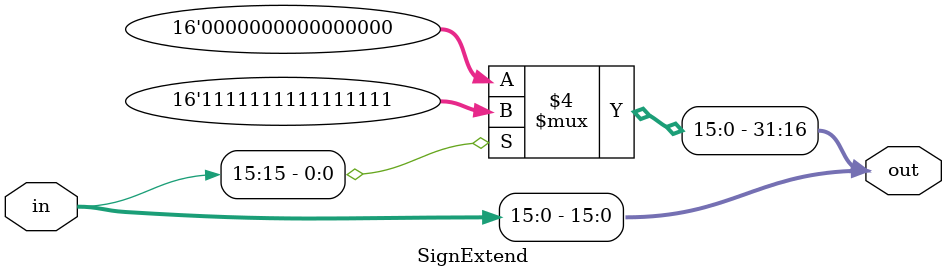
<source format=v>
module SignExtend
(
	input [15:0] in,
	output reg [31:0] out
);


always @ (*) begin

	out[15:0] = in[15:0];
	if (in[15] == 1'b1)
		out[31:16] = 16'b1111111111111111;
	else
		out[31:16] = 16'b0000000000000000;

end 

endmodule
</source>
